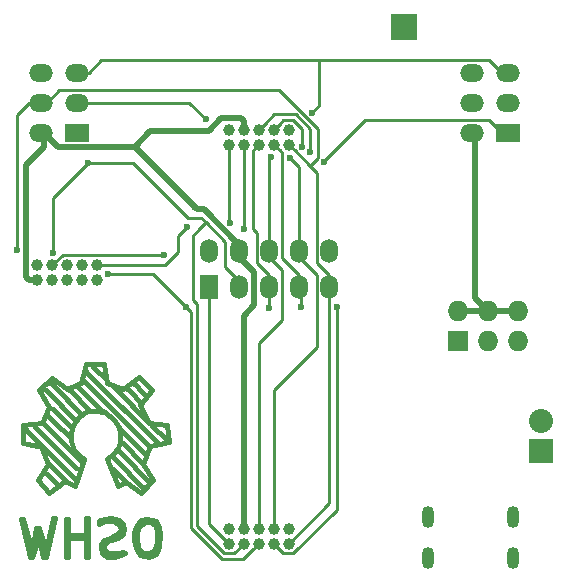
<source format=gbr>
G04 #@! TF.FileFunction,Copper,L2,Bot,Signal*
%FSLAX46Y46*%
G04 Gerber Fmt 4.6, Leading zero omitted, Abs format (unit mm)*
G04 Created by KiCad (PCBNEW (2015-05-09 BZR 5648)-product) date tor 06 aug 2015 22:42:39 CEST*
%MOMM*%
G01*
G04 APERTURE LIST*
%ADD10C,0.100000*%
%ADD11C,0.381000*%
%ADD12R,2.000000X1.500000*%
%ADD13O,2.000000X1.500000*%
%ADD14O,1.500000X2.000000*%
%ADD15R,1.500000X2.000000*%
%ADD16C,1.000000*%
%ADD17O,1.050000X1.850000*%
%ADD18R,1.727200X1.727200*%
%ADD19O,1.727200X1.727200*%
%ADD20R,2.032000X2.032000*%
%ADD21O,2.032000X2.032000*%
%ADD22R,2.235200X2.235200*%
%ADD23C,0.600000*%
%ADD24C,0.254000*%
%ADD25C,0.508000*%
G04 APERTURE END LIST*
D10*
D11*
X113342420Y-111587280D02*
X119242840Y-117487700D01*
X118943120Y-116187220D02*
X118442740Y-115686840D01*
X114343180Y-114587020D02*
X114642900Y-114886740D01*
X116342160Y-117586760D02*
X116144040Y-117386100D01*
X117342920Y-112588040D02*
X117142260Y-112387380D01*
X117843300Y-113085880D02*
X118242080Y-113487200D01*
X116842540Y-113085880D02*
X116542820Y-112786160D01*
X115841780Y-113085880D02*
X115343940Y-112588040D01*
X113842800Y-111086900D02*
X113642140Y-110886240D01*
X113342420Y-111587280D02*
X113042700Y-111287560D01*
X113342420Y-112588040D02*
X112842040Y-112087660D01*
X111843820Y-113085880D02*
X111742220Y-112986820D01*
X112842040Y-113085880D02*
X112443260Y-112687100D01*
X110342680Y-112588040D02*
X110042960Y-112285780D01*
X109842300Y-113085880D02*
X109542580Y-112786160D01*
X117843300Y-118087140D02*
X118143020Y-118386860D01*
X116342160Y-116586000D02*
X116042440Y-116286280D01*
X118442740Y-120586500D02*
X118643400Y-120787160D01*
X116342160Y-118587520D02*
X115841780Y-118087140D01*
X117843300Y-121086880D02*
X118043960Y-121287540D01*
X115841780Y-119087900D02*
X115343940Y-118587520D01*
X115841780Y-120086120D02*
X115443000Y-119687340D01*
X110342680Y-115587780D02*
X109842300Y-115087400D01*
X109842300Y-116085620D02*
X109542580Y-115785900D01*
X110342680Y-119585740D02*
X109943900Y-119186960D01*
X108343700Y-116586000D02*
X107942380Y-116187220D01*
X109842300Y-120086120D02*
X110843060Y-121086880D01*
X110342680Y-119585740D02*
X111343440Y-120586500D01*
X108343700Y-116586000D02*
X112341660Y-120586500D01*
X108841540Y-116085620D02*
X112341660Y-119585740D01*
X109842300Y-116085620D02*
X112842040Y-119087900D01*
X115841780Y-120086120D02*
X116342160Y-120586500D01*
X115841780Y-119087900D02*
X117843300Y-121086880D01*
X116342160Y-118587520D02*
X118343680Y-120586500D01*
X116342160Y-117586760D02*
X117843300Y-119087900D01*
X116342160Y-116586000D02*
X117843300Y-118087140D01*
X113842800Y-111086900D02*
X114843560Y-112087660D01*
X117342920Y-112588040D02*
X117843300Y-113085880D01*
X116842540Y-113085880D02*
X117843300Y-114086640D01*
X118844060Y-116085620D02*
X119842280Y-117086380D01*
X115841780Y-113085880D02*
X118343680Y-115587780D01*
X113342420Y-112588040D02*
X118343680Y-117586760D01*
X110342680Y-115587780D02*
X111843820Y-117086380D01*
X110342680Y-114587020D02*
X111843820Y-116085620D01*
X112842040Y-113085880D02*
X114343180Y-114587020D01*
X109842300Y-113085880D02*
X112341660Y-115587780D01*
X110342680Y-112588040D02*
X112842040Y-115087400D01*
X111843820Y-113085880D02*
X113342420Y-114587020D01*
X109042200Y-124886720D02*
X109042200Y-125486160D01*
X110543340Y-123786900D02*
X109743240Y-127086360D01*
X109743240Y-127086360D02*
X109542580Y-127086360D01*
X109542580Y-127086360D02*
X109143800Y-125686820D01*
X109143800Y-125686820D02*
X109042200Y-125686820D01*
X109042200Y-125686820D02*
X108541820Y-127086360D01*
X108541820Y-127086360D02*
X108442760Y-127086360D01*
X108442760Y-127086360D02*
X107642660Y-123885960D01*
X107642660Y-123885960D02*
X107843320Y-123885960D01*
X107843320Y-123885960D02*
X108541820Y-126486920D01*
X108541820Y-126486920D02*
X108943140Y-124686060D01*
X108943140Y-124686060D02*
X109143800Y-124686060D01*
X109143800Y-124686060D02*
X109743240Y-126486920D01*
X109743240Y-126486920D02*
X110342680Y-123786900D01*
X110342680Y-123786900D02*
X110543340Y-123786900D01*
X113243360Y-125288040D02*
X111742220Y-125288040D01*
X111742220Y-125288040D02*
X111742220Y-125486160D01*
X111742220Y-125486160D02*
X113141760Y-125486160D01*
X111643160Y-123885960D02*
X111643160Y-127086360D01*
X111643160Y-127086360D02*
X111442500Y-127086360D01*
X111442500Y-127086360D02*
X111442500Y-123885960D01*
X111442500Y-123885960D02*
X111643160Y-123885960D01*
X113141760Y-123786900D02*
X113243360Y-123786900D01*
X113342420Y-123786900D02*
X113342420Y-127086360D01*
X113342420Y-127086360D02*
X113141760Y-127086360D01*
X113141760Y-127086360D02*
X113141760Y-123786900D01*
X114241580Y-124086620D02*
X114343180Y-123987560D01*
X114343180Y-123987560D02*
X114741960Y-123885960D01*
X114741960Y-123885960D02*
X115242340Y-123786900D01*
X115242340Y-123786900D02*
X115943380Y-123987560D01*
X115943380Y-123987560D02*
X116243100Y-124287280D01*
X116243100Y-124287280D02*
X116342160Y-124787660D01*
X116342160Y-124787660D02*
X116243100Y-125186440D01*
X116243100Y-125186440D02*
X115841780Y-125486160D01*
X115841780Y-125486160D02*
X115343940Y-125686820D01*
X115343940Y-125686820D02*
X114942620Y-125785880D01*
X114942620Y-125785880D02*
X114741960Y-125986540D01*
X114741960Y-125986540D02*
X114642900Y-126286260D01*
X114642900Y-126286260D02*
X114741960Y-126585980D01*
X114741960Y-126585980D02*
X115041680Y-126786640D01*
X115041680Y-126786640D02*
X115443000Y-126786640D01*
X115443000Y-126786640D02*
X115943380Y-126786640D01*
X115943380Y-126786640D02*
X116243100Y-126687580D01*
X116243100Y-126687580D02*
X116443760Y-126786640D01*
X116443760Y-126786640D02*
X116144040Y-126987300D01*
X116144040Y-126987300D02*
X115542060Y-127086360D01*
X115542060Y-127086360D02*
X114942620Y-127086360D01*
X114942620Y-127086360D02*
X114543840Y-126786640D01*
X114543840Y-126786640D02*
X114442240Y-126286260D01*
X114442240Y-126286260D02*
X114442240Y-125986540D01*
X114442240Y-125986540D02*
X114642900Y-125686820D01*
X114642900Y-125686820D02*
X115143280Y-125486160D01*
X115143280Y-125486160D02*
X115643660Y-125288040D01*
X115643660Y-125288040D02*
X116042440Y-124985780D01*
X116042440Y-124985780D02*
X116144040Y-124686060D01*
X116144040Y-124686060D02*
X115943380Y-124386340D01*
X115943380Y-124386340D02*
X115542060Y-124086620D01*
X115542060Y-124086620D02*
X114942620Y-124086620D01*
X114942620Y-124086620D02*
X114543840Y-124185680D01*
X114543840Y-124185680D02*
X114241580Y-124287280D01*
X118343680Y-124185680D02*
X118643400Y-124185680D01*
X118643400Y-124185680D02*
X119042180Y-124487940D01*
X119042180Y-124487940D02*
X119143780Y-124985780D01*
X119143780Y-124985780D02*
X119143780Y-125785880D01*
X119143780Y-125785880D02*
X119042180Y-126286260D01*
X119042180Y-126286260D02*
X118844060Y-126585980D01*
X118844060Y-126585980D02*
X118442740Y-126786640D01*
X118442740Y-126786640D02*
X118043960Y-126786640D01*
X118043960Y-126786640D02*
X117642640Y-126486920D01*
X117642640Y-126486920D02*
X117441980Y-125785880D01*
X117441980Y-125785880D02*
X117441980Y-124985780D01*
X117441980Y-124985780D02*
X117642640Y-124587000D01*
X117642640Y-124587000D02*
X117843300Y-124386340D01*
X117843300Y-124386340D02*
X118242080Y-124185680D01*
X118343680Y-123885960D02*
X118742460Y-123987560D01*
X118742460Y-123987560D02*
X119042180Y-124086620D01*
X119042180Y-124086620D02*
X119341900Y-124587000D01*
X119341900Y-124587000D02*
X119443500Y-125186440D01*
X119443500Y-125186440D02*
X119341900Y-126286260D01*
X119341900Y-126286260D02*
X119042180Y-126885700D01*
X119042180Y-126885700D02*
X118442740Y-127086360D01*
X118442740Y-127086360D02*
X117741700Y-126987300D01*
X117741700Y-126987300D02*
X117342920Y-126387860D01*
X117342920Y-126387860D02*
X117243860Y-125686820D01*
X117243860Y-125686820D02*
X117243860Y-124985780D01*
X117243860Y-124985780D02*
X117441980Y-124386340D01*
X117441980Y-124386340D02*
X117843300Y-123987560D01*
X117843300Y-123987560D02*
X118343680Y-123885960D01*
X114942620Y-118788180D02*
X115443000Y-118386860D01*
X115443000Y-118386860D02*
X115841780Y-117886480D01*
X115841780Y-117886480D02*
X116042440Y-117386100D01*
X116042440Y-117386100D02*
X116042440Y-116687600D01*
X116042440Y-116687600D02*
X115940840Y-116088160D01*
X115940840Y-116088160D02*
X115542060Y-115486180D01*
X115542060Y-115486180D02*
X114741960Y-114886740D01*
X114741960Y-114886740D02*
X113941860Y-114787680D01*
X113941860Y-114787680D02*
X113240820Y-114787680D01*
X113240820Y-114787680D02*
X112542320Y-115288060D01*
X112542320Y-115288060D02*
X112041940Y-115986560D01*
X112041940Y-115986560D02*
X111841280Y-116586000D01*
X111841280Y-116586000D02*
X111841280Y-117287040D01*
X111841280Y-117287040D02*
X112141000Y-118087140D01*
X112141000Y-118087140D02*
X112641380Y-118587520D01*
X112641380Y-118587520D02*
X112941100Y-118788180D01*
X112941100Y-118887240D02*
X112191800Y-121137680D01*
X112191800Y-121137680D02*
X111340900Y-120688100D01*
X111340900Y-120688100D02*
X110042960Y-121686320D01*
X110042960Y-121686320D02*
X109042200Y-120586500D01*
X109042200Y-120586500D02*
X109941360Y-119286020D01*
X109941360Y-119286020D02*
X109440980Y-117988080D01*
X109440980Y-117988080D02*
X109440980Y-117787420D01*
X109440980Y-117787420D02*
X107840780Y-117487700D01*
X107840780Y-117487700D02*
X107840780Y-115986560D01*
X107840780Y-115986560D02*
X109440980Y-115788440D01*
X109440980Y-115788440D02*
X110042960Y-114386360D01*
X110042960Y-114386360D02*
X109141260Y-112986820D01*
X109141260Y-112986820D02*
X110241080Y-111986060D01*
X110241080Y-111986060D02*
X111541560Y-112887760D01*
X111541560Y-112887760D02*
X112742980Y-112387380D01*
X112742980Y-112387380D02*
X113141760Y-110787180D01*
X113141760Y-110787180D02*
X114642900Y-110787180D01*
X114642900Y-110787180D02*
X114942620Y-112387380D01*
X114942620Y-112387380D02*
X116243100Y-112887760D01*
X116243100Y-112887760D02*
X117642640Y-111887000D01*
X117642640Y-111887000D02*
X118742460Y-112986820D01*
X118742460Y-112986820D02*
X117741700Y-114287300D01*
X117741700Y-114287300D02*
X118442740Y-115788440D01*
X118442740Y-115788440D02*
X120042940Y-115986560D01*
X120042940Y-115986560D02*
X120142000Y-117386100D01*
X120142000Y-117386100D02*
X118541800Y-117688360D01*
X118541800Y-117688360D02*
X117942360Y-119286020D01*
X117942360Y-119286020D02*
X118841520Y-120586500D01*
X118841520Y-120586500D02*
X117840760Y-121686320D01*
X117840760Y-121686320D02*
X116542820Y-120787160D01*
X116542820Y-120787160D02*
X115841780Y-121086880D01*
X115841780Y-121086880D02*
X114942620Y-118788180D01*
D12*
X112365600Y-91186000D03*
D13*
X109325600Y-91186000D03*
X112365600Y-88646000D03*
X109325600Y-88646000D03*
X112365600Y-86106000D03*
X109325600Y-86106000D03*
D14*
X133756400Y-104288400D03*
X133756400Y-101248400D03*
X131216400Y-101248400D03*
X131216400Y-104288400D03*
D15*
X123596400Y-104288400D03*
D14*
X123596400Y-101248400D03*
X126136400Y-104288400D03*
X126136400Y-101248400D03*
X128676400Y-104288400D03*
X128676400Y-101248400D03*
D12*
X148840000Y-91186000D03*
D13*
X145800000Y-91186000D03*
X148840000Y-88646000D03*
X145800000Y-88646000D03*
X148840000Y-86106000D03*
X145800000Y-86106000D03*
D16*
X125222000Y-124714000D03*
X125222000Y-125984000D03*
X126492000Y-124714000D03*
X126492000Y-125984000D03*
X127762000Y-124714000D03*
X127762000Y-125984000D03*
X129032000Y-124714000D03*
X129032000Y-125984000D03*
X130302000Y-124714000D03*
X130302000Y-125984000D03*
X109016800Y-102412800D03*
X109016800Y-103682800D03*
X110286800Y-102412800D03*
X110286800Y-103682800D03*
X111556800Y-102412800D03*
X111556800Y-103682800D03*
X112826800Y-102412800D03*
X112826800Y-103682800D03*
X114096800Y-102412800D03*
X114096800Y-103682800D03*
X125222000Y-90932000D03*
X125222000Y-92202000D03*
X126492000Y-90932000D03*
X126492000Y-92202000D03*
X127762000Y-90932000D03*
X127762000Y-92202000D03*
X129032000Y-90932000D03*
X129032000Y-92202000D03*
X130302000Y-90932000D03*
X130302000Y-92202000D03*
D17*
X142119400Y-127221600D03*
X149269400Y-127221600D03*
X142119400Y-123771600D03*
X149269400Y-123771600D03*
D18*
X144678400Y-108864400D03*
D19*
X144678400Y-106324400D03*
X147218400Y-108864400D03*
X147218400Y-106324400D03*
X149758400Y-108864400D03*
X149758400Y-106324400D03*
D20*
X151638000Y-118110000D03*
D21*
X151638000Y-115570000D03*
D22*
X140055600Y-82245200D03*
D23*
X133306951Y-93657979D03*
X113334800Y-93776800D03*
X126492000Y-99321092D03*
X110363496Y-101415744D03*
X122362070Y-97474070D03*
X119777792Y-101534683D03*
X125328770Y-98803626D03*
X123291600Y-90068400D03*
X107308789Y-101142800D03*
X132136041Y-92848961D03*
X128778000Y-93218000D03*
X132278811Y-89513989D03*
X121686618Y-99191782D03*
X115011200Y-103124000D03*
X128676400Y-106019600D03*
X121615200Y-105918000D03*
X134383410Y-105968800D03*
X131318000Y-105918000D03*
X131470400Y-92405200D03*
X130454400Y-93370400D03*
D24*
X147262990Y-90108990D02*
X136763810Y-90108990D01*
X148340000Y-91186000D02*
X147262990Y-90108990D01*
X148590000Y-91186000D02*
X148340000Y-91186000D01*
X133306951Y-93565849D02*
X133306951Y-93657979D01*
X136763810Y-90108990D02*
X133306951Y-93565849D01*
X113334800Y-93776800D02*
X117158362Y-93776800D01*
X126492000Y-92202000D02*
X126492000Y-99321092D01*
X117158362Y-93776800D02*
X121811354Y-98429792D01*
X122730695Y-99349133D02*
X122732033Y-99349133D01*
X122174000Y-99905828D02*
X122730695Y-99349133D01*
X122174000Y-105359200D02*
X122174000Y-99905828D01*
X122519390Y-105704590D02*
X122174000Y-105359200D01*
X122519390Y-124505352D02*
X122519390Y-105704590D01*
X122732033Y-99349133D02*
X123073747Y-99007419D01*
X125664999Y-126811001D02*
X124825039Y-126811001D01*
X124825039Y-126811001D02*
X122519390Y-124505352D01*
X126492000Y-125984000D02*
X125664999Y-126811001D01*
X126136400Y-103788400D02*
X126136400Y-104038400D01*
X124917200Y-102569200D02*
X126136400Y-103788400D01*
X124917200Y-100888800D02*
X124917200Y-102569200D01*
X124917200Y-100888800D02*
X124917200Y-100431600D01*
X122915392Y-98429792D02*
X122047276Y-98429792D01*
X122047276Y-98429792D02*
X121811354Y-98429792D01*
X122496120Y-98429792D02*
X122047276Y-98429792D01*
X123074413Y-99007419D02*
X123283716Y-98798116D01*
X123073747Y-99007419D02*
X123074413Y-99007419D01*
X123283716Y-98798116D02*
X122915392Y-98429792D01*
X124917200Y-100431600D02*
X123283716Y-98798116D01*
X110363496Y-96748104D02*
X113334800Y-93776800D01*
X110363496Y-101415744D02*
X110363496Y-96748104D01*
D25*
X149758400Y-106324400D02*
X147218400Y-106324400D01*
X144678400Y-106324400D02*
X147218400Y-106324400D01*
X110779601Y-92390001D02*
X109575600Y-91186000D01*
X117278001Y-92390001D02*
X110779601Y-92390001D01*
X108062799Y-93956801D02*
X109575600Y-92444000D01*
X109575600Y-92444000D02*
X109575600Y-91186000D01*
X108062799Y-103435905D02*
X108062799Y-93956801D01*
X108309694Y-103682800D02*
X108062799Y-103435905D01*
X109016800Y-103682800D02*
X108309694Y-103682800D01*
X126492000Y-90224894D02*
X126492000Y-90932000D01*
X126245105Y-89977999D02*
X126492000Y-90224894D01*
X146050000Y-105156000D02*
X147218400Y-106324400D01*
X146050000Y-91186000D02*
X146050000Y-105156000D01*
X126492000Y-106688854D02*
X126492000Y-124714000D01*
X127394400Y-103006400D02*
X127394400Y-105786454D01*
X127394400Y-105786454D02*
X126492000Y-106688854D01*
X126136400Y-101748400D02*
X127394400Y-103006400D01*
X126136400Y-101498400D02*
X126136400Y-101748400D01*
X126136400Y-101498400D02*
X126136400Y-100677601D01*
X126136400Y-100677601D02*
X123138741Y-97679942D01*
X123138741Y-97679942D02*
X122567942Y-97679942D01*
X123534932Y-91061021D02*
X124617954Y-89977999D01*
X118606981Y-91061021D02*
X123534932Y-91061021D01*
X124617954Y-89977999D02*
X126245105Y-89977999D01*
X117278001Y-92390001D02*
X118606981Y-91061021D01*
X122362070Y-97474070D02*
X117278001Y-92390001D01*
X122567942Y-97679942D02*
X122362070Y-97474070D01*
D24*
X110286800Y-102412800D02*
X111187363Y-101512237D01*
X111187363Y-101512237D02*
X119755346Y-101512237D01*
X119755346Y-101512237D02*
X119777792Y-101534683D01*
X123596400Y-124358400D02*
X123596400Y-104038400D01*
X125222000Y-125984000D02*
X123596400Y-124358400D01*
X125222000Y-92202000D02*
X125222000Y-98696856D01*
X125222000Y-98696856D02*
X125328770Y-98803626D01*
X121869200Y-88646000D02*
X123291600Y-90068400D01*
X112115600Y-88646000D02*
X121869200Y-88646000D01*
X132679390Y-94579390D02*
X132104542Y-94004542D01*
X132104542Y-94004542D02*
X130801999Y-92701999D01*
X109575600Y-88646000D02*
X109825600Y-88646000D01*
X109825600Y-88646000D02*
X110902610Y-87568990D01*
X110902610Y-87568990D02*
X129447086Y-87568990D01*
X129447086Y-87568990D02*
X132763042Y-90884946D01*
X132763042Y-90884946D02*
X132763042Y-93346042D01*
X132763042Y-93346042D02*
X132104542Y-94004542D01*
X133756400Y-104038400D02*
X133756400Y-103271522D01*
X133756400Y-103271522D02*
X132679390Y-102194512D01*
X132679390Y-102194512D02*
X132679390Y-94579390D01*
X130801999Y-92701999D02*
X130302000Y-92202000D01*
X133756400Y-122529600D02*
X133756400Y-104038400D01*
X130302000Y-125984000D02*
X133756400Y-122529600D01*
X108321600Y-88646000D02*
X109575600Y-88646000D01*
X107308789Y-89658811D02*
X108321600Y-88646000D01*
X107308789Y-101142800D02*
X107308789Y-89658811D01*
X112115600Y-86106000D02*
X113369600Y-86106000D01*
X113369600Y-86106000D02*
X114446610Y-85028990D01*
X147262990Y-85028990D02*
X148340000Y-86106000D01*
X148340000Y-86106000D02*
X148590000Y-86106000D01*
X114096800Y-102412800D02*
X119786400Y-102412800D01*
X132136041Y-92848961D02*
X132136041Y-90900012D01*
X132136041Y-90900012D02*
X130887018Y-89650989D01*
X130887018Y-89650989D02*
X129043011Y-89650989D01*
X129043011Y-89650989D02*
X128261999Y-90432001D01*
X128261999Y-90432001D02*
X127762000Y-90932000D01*
X128676400Y-101498400D02*
X128676400Y-93319600D01*
X128676400Y-93319600D02*
X128778000Y-93218000D01*
X127762000Y-124714000D02*
X127762000Y-109016800D01*
X128676400Y-101748400D02*
X128676400Y-101498400D01*
X129753410Y-107025390D02*
X129753410Y-102825410D01*
X129753410Y-102825410D02*
X128676400Y-101748400D01*
X127762000Y-109016800D02*
X129753410Y-107025390D01*
X132905074Y-88887726D02*
X132278811Y-89513989D01*
X132905074Y-85028990D02*
X132905074Y-88887726D01*
X114446610Y-85028990D02*
X132905074Y-85028990D01*
X132905074Y-85028990D02*
X147262990Y-85028990D01*
X119827637Y-102412800D02*
X120954800Y-101285637D01*
X119786400Y-102412800D02*
X119827637Y-102412800D01*
X120954800Y-99923600D02*
X121686618Y-99191782D01*
X120954800Y-101285637D02*
X120954800Y-99923600D01*
X115011200Y-103124000D02*
X118821200Y-103124000D01*
X118821200Y-103124000D02*
X121615200Y-105918000D01*
X128676400Y-104038400D02*
X128676400Y-106019600D01*
X127262001Y-126483999D02*
X127762000Y-125984000D01*
X124636982Y-127265011D02*
X126480989Y-127265011D01*
X126480989Y-127265011D02*
X127262001Y-126483999D01*
X122065380Y-124693409D02*
X124636982Y-127265011D01*
X122065380Y-106368180D02*
X122065380Y-124693409D01*
X121615200Y-105918000D02*
X122065380Y-106368180D01*
X127262001Y-99372588D02*
X127262001Y-92701999D01*
X127599390Y-99709977D02*
X127262001Y-99372588D01*
X127599390Y-102194512D02*
X127599390Y-99709977D01*
X127262001Y-92701999D02*
X127762000Y-92202000D01*
X128676400Y-103271522D02*
X127599390Y-102194512D01*
X128676400Y-104038400D02*
X128676400Y-103271522D01*
X131216400Y-104038400D02*
X131216400Y-103271522D01*
X131216400Y-103271522D02*
X129753410Y-101808532D01*
X129753410Y-101808532D02*
X129753410Y-92923410D01*
X129753410Y-92923410D02*
X129531999Y-92701999D01*
X129531999Y-92701999D02*
X129032000Y-92202000D01*
X134383410Y-123126552D02*
X134383410Y-105968800D01*
X130698961Y-126811001D02*
X134383410Y-123126552D01*
X129859001Y-126811001D02*
X130698961Y-126811001D01*
X129032000Y-125984000D02*
X129859001Y-126811001D01*
X131318000Y-104140000D02*
X131216400Y-104038400D01*
X131318000Y-105918000D02*
X131318000Y-104140000D01*
X131470400Y-92405200D02*
X131470400Y-90876438D01*
X129531999Y-90432001D02*
X129032000Y-90932000D01*
X131470400Y-90876438D02*
X130698961Y-90104999D01*
X130698961Y-90104999D02*
X129859001Y-90104999D01*
X129859001Y-90104999D02*
X129531999Y-90432001D01*
X131216400Y-101498400D02*
X131216400Y-94132400D01*
X131216400Y-94132400D02*
X130454400Y-93370400D01*
X129032000Y-124714000D02*
X129032000Y-112979200D01*
X131216400Y-101748400D02*
X131216400Y-101498400D01*
X132679390Y-103211390D02*
X131216400Y-101748400D01*
X132679390Y-109331810D02*
X132679390Y-103211390D01*
X129032000Y-112979200D02*
X132679390Y-109331810D01*
M02*

</source>
